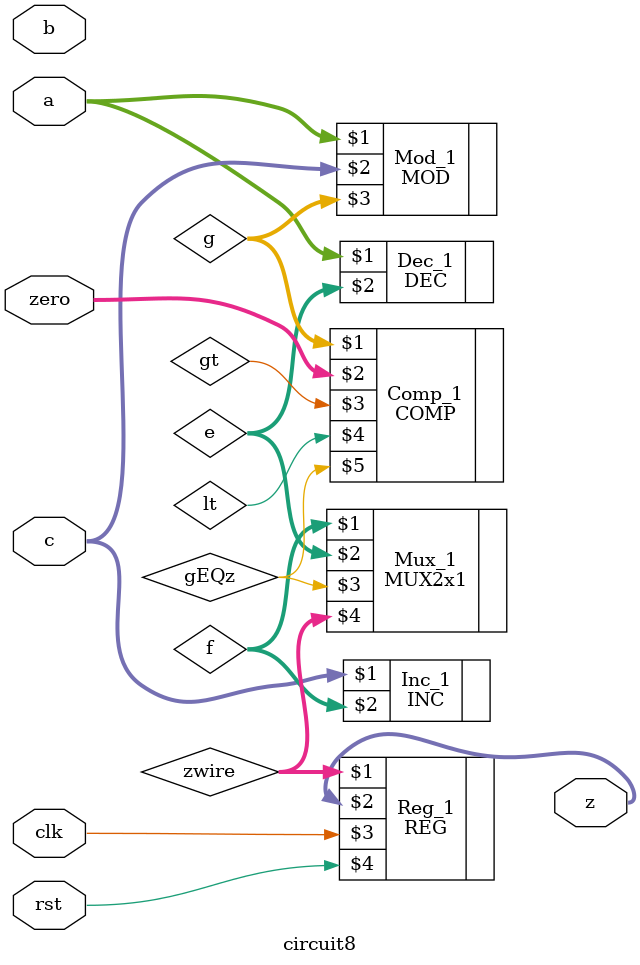
<source format=v>
`timescale 1ns / 1ps

module circuit8(a, b, c, zero, z, clk, rst);
    input[63:0] a, b, c, zero;
    input clk, rst;
    output[63:0] z;
    
    wire[63:0] e, f, g, zwire;
    wire gEQz, gt, lt;
    
    DEC#(64) Dec_1(a, e);    // e = a - 1
    INC#(64) Inc_1(c, f);    // f = c + 1
    MOD#(64) Mod_1(a, c, g); // g = a % c
    COMP#(64) Comp_1(g, zero, gt, lt, gEQz);    // gEQz = g == zero
    MUX2x1#(64) Mux_1(f, e, gEQz, zwire);       // zwire = gEQz ? e : f 
    REG#(64) Reg_1(zwire, z, clk, rst);         // z = zwire
endmodule

</source>
